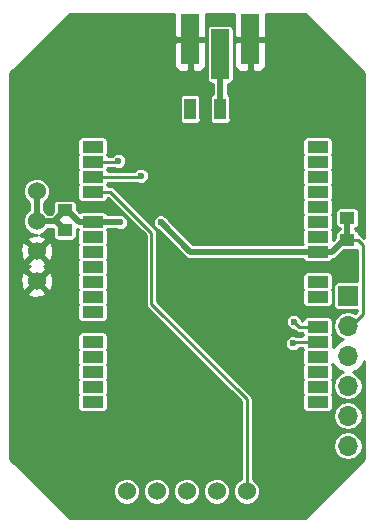
<source format=gbr>
G04 #@! TF.FileFunction,Copper,L1,Top,Signal*
%FSLAX46Y46*%
G04 Gerber Fmt 4.6, Leading zero omitted, Abs format (unit mm)*
G04 Created by KiCad (PCBNEW 4.0.7-e2-6376~58~ubuntu16.04.1) date Tue Dec  5 16:58:08 2017*
%MOMM*%
%LPD*%
G01*
G04 APERTURE LIST*
%ADD10C,0.100000*%
%ADD11R,1.250000X1.000000*%
%ADD12R,1.500000X4.200000*%
%ADD13R,1.800000X1.000000*%
%ADD14R,1.000000X1.800000*%
%ADD15C,1.524000*%
%ADD16R,1.700000X1.700000*%
%ADD17O,1.700000X1.700000*%
%ADD18C,0.600000*%
%ADD19C,0.250000*%
%ADD20C,0.500000*%
%ADD21C,0.254000*%
G04 APERTURE END LIST*
D10*
D11*
X158191200Y-96485200D03*
X158191200Y-98485200D03*
X134264400Y-95672400D03*
X134264400Y-97672400D03*
X158191200Y-92624400D03*
X158191200Y-94624400D03*
X134264400Y-91964000D03*
X134264400Y-93964000D03*
D12*
X144881600Y-79502000D03*
X147421600Y-80772000D03*
X149961600Y-79502000D03*
D13*
X155676600Y-111455200D03*
X155676600Y-110185200D03*
X155676600Y-108915200D03*
X155676600Y-107645200D03*
X155676600Y-106375200D03*
X155676600Y-105105200D03*
X155676600Y-103835200D03*
X155676600Y-102565200D03*
X155676600Y-101295200D03*
X155676600Y-100025200D03*
X155676600Y-98755200D03*
X155676600Y-97485200D03*
X155676600Y-96215200D03*
X155676600Y-94945200D03*
X155676600Y-93675200D03*
X155676600Y-92405200D03*
X155676600Y-91135200D03*
X155676600Y-89865200D03*
X155676600Y-88595200D03*
X155676600Y-87325200D03*
D14*
X149961600Y-85420200D03*
X148691600Y-85420200D03*
X147421600Y-85420200D03*
X146151600Y-85420200D03*
X144881600Y-85420200D03*
X143611600Y-85420200D03*
X142341600Y-85420200D03*
D13*
X136626600Y-87325200D03*
X136626600Y-88595200D03*
X136626600Y-89865200D03*
X136626600Y-91135200D03*
X136626600Y-92405200D03*
X136626600Y-93675200D03*
X136626600Y-94945200D03*
X136626600Y-96215200D03*
X136626600Y-97485200D03*
X136626600Y-98755200D03*
X136626600Y-100025200D03*
X136626600Y-101295200D03*
X136626600Y-102565200D03*
X136626600Y-103835200D03*
X136626600Y-105105200D03*
X136626600Y-106375200D03*
X136626600Y-107645200D03*
X136626600Y-108915200D03*
X136626600Y-110185200D03*
X136626600Y-111455200D03*
D15*
X131902200Y-92354400D03*
X131902200Y-94894400D03*
X131902200Y-97434400D03*
X131902200Y-99974400D03*
X139522200Y-117754400D03*
X142062200Y-117754400D03*
X144602200Y-117754400D03*
X147142200Y-117754400D03*
X149682200Y-117754400D03*
D16*
X158242000Y-101219000D03*
D17*
X158242000Y-103759000D03*
X158242000Y-106299000D03*
X158242000Y-108839000D03*
X158242000Y-111379000D03*
X158242000Y-113919000D03*
D18*
X138963400Y-94996000D03*
X142392400Y-94996000D03*
X153644600Y-103403400D03*
X153593800Y-105232200D03*
X140716000Y-91059000D03*
X138811000Y-89789000D03*
D19*
X158242000Y-103759000D02*
X158496000Y-103759000D01*
X158496000Y-103759000D02*
X159512000Y-102743000D01*
X159512000Y-102743000D02*
X159512000Y-96901000D01*
X159512000Y-96901000D02*
X159096200Y-96485200D01*
X159096200Y-96485200D02*
X158191200Y-96485200D01*
X158191200Y-96342200D02*
X158191200Y-96485200D01*
D20*
X134264400Y-93964000D02*
X134451600Y-93964000D01*
X134451600Y-93964000D02*
X135432800Y-94945200D01*
X135432800Y-94945200D02*
X136626600Y-94945200D01*
X133334000Y-94894400D02*
X133486400Y-94894400D01*
X133486400Y-94894400D02*
X134264400Y-95672400D01*
X131902200Y-94894400D02*
X133334000Y-94894400D01*
X133334000Y-94894400D02*
X134264400Y-93964000D01*
X131902200Y-92354400D02*
X131902200Y-94894400D01*
X155676600Y-97485200D02*
X144881600Y-97485200D01*
X138912600Y-94945200D02*
X136626600Y-94945200D01*
X138963400Y-94996000D02*
X138912600Y-94945200D01*
X144881600Y-97485200D02*
X142392400Y-94996000D01*
X155676600Y-97485200D02*
X156870400Y-97485200D01*
X156870400Y-97485200D02*
X157870400Y-96485200D01*
X157870400Y-96485200D02*
X158191200Y-96485200D01*
X158191200Y-96485200D02*
X158191200Y-94624400D01*
D19*
X158191200Y-96485200D02*
X157718000Y-96485200D01*
X134264400Y-95672400D02*
X134578600Y-95672400D01*
D20*
X147421600Y-85420200D02*
X147421600Y-80772000D01*
D19*
X155676600Y-103835200D02*
X154076400Y-103835200D01*
X154076400Y-103835200D02*
X153644600Y-103403400D01*
X153720800Y-105105200D02*
X155676600Y-105105200D01*
X153593800Y-105232200D02*
X153720800Y-105105200D01*
X149682200Y-117754400D02*
X149682200Y-109956600D01*
X138125200Y-92405200D02*
X136626600Y-92405200D01*
X141605000Y-95885000D02*
X138125200Y-92405200D01*
X141605000Y-101879400D02*
X141605000Y-101854000D01*
X141605000Y-101854000D02*
X141605000Y-95885000D01*
X149682200Y-109956600D02*
X141605000Y-101879400D01*
X140716000Y-91059000D02*
X140639800Y-91135200D01*
X140639800Y-91135200D02*
X136626600Y-91135200D01*
X136626600Y-89865200D02*
X138734800Y-89865200D01*
X138734800Y-89865200D02*
X138811000Y-89789000D01*
D21*
G36*
X143496600Y-79216250D02*
X143655350Y-79375000D01*
X144754600Y-79375000D01*
X144754600Y-79355000D01*
X145008600Y-79355000D01*
X145008600Y-79375000D01*
X146107850Y-79375000D01*
X146266600Y-79216250D01*
X146266600Y-78672000D01*
X146287215Y-78672000D01*
X146287215Y-82872000D01*
X146313503Y-83011708D01*
X146396070Y-83140020D01*
X146522053Y-83226101D01*
X146671600Y-83256385D01*
X146794600Y-83256385D01*
X146794600Y-84159712D01*
X146781892Y-84162103D01*
X146653580Y-84244670D01*
X146567499Y-84370653D01*
X146537215Y-84520200D01*
X146537215Y-86320200D01*
X146563503Y-86459908D01*
X146646070Y-86588220D01*
X146772053Y-86674301D01*
X146921600Y-86704585D01*
X147921600Y-86704585D01*
X148061308Y-86678297D01*
X148189620Y-86595730D01*
X148275701Y-86469747D01*
X148305985Y-86320200D01*
X148305985Y-84520200D01*
X148279697Y-84380492D01*
X148197130Y-84252180D01*
X148071147Y-84166099D01*
X148048600Y-84161533D01*
X148048600Y-83256385D01*
X148171600Y-83256385D01*
X148311308Y-83230097D01*
X148439620Y-83147530D01*
X148525701Y-83021547D01*
X148555985Y-82872000D01*
X148555985Y-79787750D01*
X148576600Y-79787750D01*
X148576600Y-81728310D01*
X148673273Y-81961699D01*
X148851902Y-82140327D01*
X149085291Y-82237000D01*
X149675850Y-82237000D01*
X149834600Y-82078250D01*
X149834600Y-79629000D01*
X150088600Y-79629000D01*
X150088600Y-82078250D01*
X150247350Y-82237000D01*
X150837909Y-82237000D01*
X151071298Y-82140327D01*
X151249927Y-81961699D01*
X151346600Y-81728310D01*
X151346600Y-79787750D01*
X151187850Y-79629000D01*
X150088600Y-79629000D01*
X149834600Y-79629000D01*
X148735350Y-79629000D01*
X148576600Y-79787750D01*
X148555985Y-79787750D01*
X148555985Y-78672000D01*
X148529697Y-78532292D01*
X148447130Y-78403980D01*
X148321147Y-78317899D01*
X148171600Y-78287615D01*
X146671600Y-78287615D01*
X146531892Y-78313903D01*
X146403580Y-78396470D01*
X146317499Y-78522453D01*
X146287215Y-78672000D01*
X146266600Y-78672000D01*
X146266600Y-77343000D01*
X148576600Y-77343000D01*
X148576600Y-79216250D01*
X148735350Y-79375000D01*
X149834600Y-79375000D01*
X149834600Y-79355000D01*
X150088600Y-79355000D01*
X150088600Y-79375000D01*
X151187850Y-79375000D01*
X151346600Y-79216250D01*
X151346600Y-77343000D01*
X154633394Y-77343000D01*
X159639000Y-82348606D01*
X159639000Y-96318064D01*
X159451168Y-96130232D01*
X159288307Y-96021412D01*
X159200585Y-96003963D01*
X159200585Y-95985200D01*
X159174297Y-95845492D01*
X159091730Y-95717180D01*
X158965747Y-95631099D01*
X158818200Y-95601220D01*
X158818200Y-95508409D01*
X158955908Y-95482497D01*
X159084220Y-95399930D01*
X159170301Y-95273947D01*
X159200585Y-95124400D01*
X159200585Y-94124400D01*
X159174297Y-93984692D01*
X159091730Y-93856380D01*
X158965747Y-93770299D01*
X158816200Y-93740015D01*
X157566200Y-93740015D01*
X157426492Y-93766303D01*
X157298180Y-93848870D01*
X157212099Y-93974853D01*
X157181815Y-94124400D01*
X157181815Y-95124400D01*
X157208103Y-95264108D01*
X157290670Y-95392420D01*
X157416653Y-95478501D01*
X157564200Y-95508380D01*
X157564200Y-95601191D01*
X157426492Y-95627103D01*
X157298180Y-95709670D01*
X157212099Y-95835653D01*
X157181815Y-95985200D01*
X157181815Y-96287073D01*
X156960985Y-96507903D01*
X156960985Y-95715200D01*
X156934697Y-95575492D01*
X156934623Y-95575378D01*
X156960985Y-95445200D01*
X156960985Y-94445200D01*
X156934697Y-94305492D01*
X156934623Y-94305378D01*
X156960985Y-94175200D01*
X156960985Y-93175200D01*
X156934697Y-93035492D01*
X156934623Y-93035378D01*
X156960985Y-92905200D01*
X156960985Y-91905200D01*
X156934697Y-91765492D01*
X156934623Y-91765378D01*
X156960985Y-91635200D01*
X156960985Y-90635200D01*
X156934697Y-90495492D01*
X156934623Y-90495378D01*
X156960985Y-90365200D01*
X156960985Y-89365200D01*
X156934697Y-89225492D01*
X156934623Y-89225378D01*
X156960985Y-89095200D01*
X156960985Y-88095200D01*
X156934697Y-87955492D01*
X156852130Y-87827180D01*
X156726147Y-87741099D01*
X156576600Y-87710815D01*
X154776600Y-87710815D01*
X154636892Y-87737103D01*
X154508580Y-87819670D01*
X154422499Y-87945653D01*
X154392215Y-88095200D01*
X154392215Y-89095200D01*
X154418503Y-89234908D01*
X154418577Y-89235022D01*
X154392215Y-89365200D01*
X154392215Y-90365200D01*
X154418503Y-90504908D01*
X154418577Y-90505022D01*
X154392215Y-90635200D01*
X154392215Y-91635200D01*
X154418503Y-91774908D01*
X154418577Y-91775022D01*
X154392215Y-91905200D01*
X154392215Y-92905200D01*
X154418503Y-93044908D01*
X154418577Y-93045022D01*
X154392215Y-93175200D01*
X154392215Y-94175200D01*
X154418503Y-94314908D01*
X154418577Y-94315022D01*
X154392215Y-94445200D01*
X154392215Y-95445200D01*
X154418503Y-95584908D01*
X154418577Y-95585022D01*
X154392215Y-95715200D01*
X154392215Y-96715200D01*
X154418503Y-96854908D01*
X154418577Y-96855022D01*
X154417933Y-96858200D01*
X145141312Y-96858200D01*
X143016339Y-94733227D01*
X142966667Y-94613011D01*
X142776390Y-94422402D01*
X142527654Y-94319118D01*
X142258327Y-94318883D01*
X142009411Y-94421733D01*
X141818802Y-94612010D01*
X141715518Y-94860746D01*
X141715283Y-95130073D01*
X141818133Y-95378989D01*
X142008410Y-95569598D01*
X142129614Y-95619926D01*
X144438244Y-97928556D01*
X144641657Y-98064472D01*
X144881600Y-98112200D01*
X154416112Y-98112200D01*
X154418503Y-98124908D01*
X154501070Y-98253220D01*
X154627053Y-98339301D01*
X154776600Y-98369585D01*
X156576600Y-98369585D01*
X156716308Y-98343297D01*
X156844620Y-98260730D01*
X156930701Y-98134747D01*
X156937989Y-98098756D01*
X157110343Y-98064472D01*
X157313756Y-97928556D01*
X157872727Y-97369585D01*
X158816200Y-97369585D01*
X158955908Y-97343297D01*
X159010000Y-97308490D01*
X159010000Y-99984615D01*
X157392000Y-99984615D01*
X157252292Y-100010903D01*
X157123980Y-100093470D01*
X157037899Y-100219453D01*
X157007615Y-100369000D01*
X157007615Y-102069000D01*
X157033903Y-102208708D01*
X157116470Y-102337020D01*
X157242453Y-102423101D01*
X157392000Y-102453385D01*
X159010000Y-102453385D01*
X159010000Y-102535064D01*
X158845935Y-102699129D01*
X158735591Y-102625400D01*
X158266038Y-102532000D01*
X158217962Y-102532000D01*
X157748409Y-102625400D01*
X157350342Y-102891380D01*
X157084362Y-103289447D01*
X156990962Y-103759000D01*
X157084362Y-104228553D01*
X157350342Y-104626620D01*
X157748409Y-104892600D01*
X157791954Y-104901262D01*
X157360642Y-105103817D01*
X156970355Y-105532076D01*
X156960985Y-105554699D01*
X156960985Y-104605200D01*
X156934697Y-104465492D01*
X156934623Y-104465378D01*
X156960985Y-104335200D01*
X156960985Y-103335200D01*
X156934697Y-103195492D01*
X156852130Y-103067180D01*
X156726147Y-102981099D01*
X156576600Y-102950815D01*
X154776600Y-102950815D01*
X154636892Y-102977103D01*
X154508580Y-103059670D01*
X154422499Y-103185653D01*
X154392620Y-103333200D01*
X154321661Y-103333200D01*
X154321717Y-103269327D01*
X154218867Y-103020411D01*
X154028590Y-102829802D01*
X153779854Y-102726518D01*
X153510527Y-102726283D01*
X153261611Y-102829133D01*
X153071002Y-103019410D01*
X152967718Y-103268146D01*
X152967483Y-103537473D01*
X153070333Y-103786389D01*
X153260610Y-103976998D01*
X153509346Y-104080282D01*
X153611636Y-104080371D01*
X153721430Y-104190165D01*
X153721432Y-104190168D01*
X153812622Y-104251099D01*
X153884292Y-104298988D01*
X154076400Y-104337200D01*
X154392591Y-104337200D01*
X154418503Y-104474908D01*
X154418577Y-104475022D01*
X154392620Y-104603200D01*
X153844367Y-104603200D01*
X153729054Y-104555318D01*
X153459727Y-104555083D01*
X153210811Y-104657933D01*
X153020202Y-104848210D01*
X152916918Y-105096946D01*
X152916683Y-105366273D01*
X153019533Y-105615189D01*
X153209810Y-105805798D01*
X153458546Y-105909082D01*
X153727873Y-105909317D01*
X153976789Y-105806467D01*
X154167398Y-105616190D01*
X154171131Y-105607200D01*
X154392591Y-105607200D01*
X154418503Y-105744908D01*
X154418577Y-105745022D01*
X154392215Y-105875200D01*
X154392215Y-106875200D01*
X154418503Y-107014908D01*
X154418577Y-107015022D01*
X154392215Y-107145200D01*
X154392215Y-108145200D01*
X154418503Y-108284908D01*
X154418577Y-108285022D01*
X154392215Y-108415200D01*
X154392215Y-109415200D01*
X154418503Y-109554908D01*
X154418577Y-109555022D01*
X154392215Y-109685200D01*
X154392215Y-110685200D01*
X154418503Y-110824908D01*
X154501070Y-110953220D01*
X154627053Y-111039301D01*
X154776600Y-111069585D01*
X156576600Y-111069585D01*
X156716308Y-111043297D01*
X156844620Y-110960730D01*
X156930701Y-110834747D01*
X156960985Y-110685200D01*
X156960985Y-109685200D01*
X156934697Y-109545492D01*
X156934623Y-109545378D01*
X156960985Y-109415200D01*
X156960985Y-108415200D01*
X156934697Y-108275492D01*
X156934623Y-108275378D01*
X156960985Y-108145200D01*
X156960985Y-107145200D01*
X156934697Y-107005492D01*
X156934623Y-107005378D01*
X156938122Y-106988102D01*
X156970355Y-107065924D01*
X157360642Y-107494183D01*
X157791954Y-107696738D01*
X157748409Y-107705400D01*
X157350342Y-107971380D01*
X157084362Y-108369447D01*
X156990962Y-108839000D01*
X157084362Y-109308553D01*
X157350342Y-109706620D01*
X157748409Y-109972600D01*
X158217962Y-110066000D01*
X158266038Y-110066000D01*
X158735591Y-109972600D01*
X159133658Y-109706620D01*
X159399638Y-109308553D01*
X159493038Y-108839000D01*
X159399638Y-108369447D01*
X159133658Y-107971380D01*
X158735591Y-107705400D01*
X158692046Y-107696738D01*
X159123358Y-107494183D01*
X159513645Y-107065924D01*
X159639000Y-106763271D01*
X159639000Y-115009394D01*
X154633394Y-120015000D01*
X134672606Y-120015000D01*
X132637573Y-117979967D01*
X138383003Y-117979967D01*
X138556040Y-118398749D01*
X138876166Y-118719434D01*
X139294645Y-118893202D01*
X139747767Y-118893597D01*
X140166549Y-118720560D01*
X140487234Y-118400434D01*
X140661002Y-117981955D01*
X140661003Y-117979967D01*
X140923003Y-117979967D01*
X141096040Y-118398749D01*
X141416166Y-118719434D01*
X141834645Y-118893202D01*
X142287767Y-118893597D01*
X142706549Y-118720560D01*
X143027234Y-118400434D01*
X143201002Y-117981955D01*
X143201003Y-117979967D01*
X143463003Y-117979967D01*
X143636040Y-118398749D01*
X143956166Y-118719434D01*
X144374645Y-118893202D01*
X144827767Y-118893597D01*
X145246549Y-118720560D01*
X145567234Y-118400434D01*
X145741002Y-117981955D01*
X145741003Y-117979967D01*
X146003003Y-117979967D01*
X146176040Y-118398749D01*
X146496166Y-118719434D01*
X146914645Y-118893202D01*
X147367767Y-118893597D01*
X147786549Y-118720560D01*
X148107234Y-118400434D01*
X148281002Y-117981955D01*
X148281397Y-117528833D01*
X148108360Y-117110051D01*
X147788234Y-116789366D01*
X147369755Y-116615598D01*
X146916633Y-116615203D01*
X146497851Y-116788240D01*
X146177166Y-117108366D01*
X146003398Y-117526845D01*
X146003003Y-117979967D01*
X145741003Y-117979967D01*
X145741397Y-117528833D01*
X145568360Y-117110051D01*
X145248234Y-116789366D01*
X144829755Y-116615598D01*
X144376633Y-116615203D01*
X143957851Y-116788240D01*
X143637166Y-117108366D01*
X143463398Y-117526845D01*
X143463003Y-117979967D01*
X143201003Y-117979967D01*
X143201397Y-117528833D01*
X143028360Y-117110051D01*
X142708234Y-116789366D01*
X142289755Y-116615598D01*
X141836633Y-116615203D01*
X141417851Y-116788240D01*
X141097166Y-117108366D01*
X140923398Y-117526845D01*
X140923003Y-117979967D01*
X140661003Y-117979967D01*
X140661397Y-117528833D01*
X140488360Y-117110051D01*
X140168234Y-116789366D01*
X139749755Y-116615598D01*
X139296633Y-116615203D01*
X138877851Y-116788240D01*
X138557166Y-117108366D01*
X138383398Y-117526845D01*
X138383003Y-117979967D01*
X132637573Y-117979967D01*
X129667000Y-115009394D01*
X129667000Y-104605200D01*
X135342215Y-104605200D01*
X135342215Y-105605200D01*
X135368503Y-105744908D01*
X135368577Y-105745022D01*
X135342215Y-105875200D01*
X135342215Y-106875200D01*
X135368503Y-107014908D01*
X135368577Y-107015022D01*
X135342215Y-107145200D01*
X135342215Y-108145200D01*
X135368503Y-108284908D01*
X135368577Y-108285022D01*
X135342215Y-108415200D01*
X135342215Y-109415200D01*
X135368503Y-109554908D01*
X135368577Y-109555022D01*
X135342215Y-109685200D01*
X135342215Y-110685200D01*
X135368503Y-110824908D01*
X135451070Y-110953220D01*
X135577053Y-111039301D01*
X135726600Y-111069585D01*
X137526600Y-111069585D01*
X137666308Y-111043297D01*
X137794620Y-110960730D01*
X137880701Y-110834747D01*
X137910985Y-110685200D01*
X137910985Y-109685200D01*
X137884697Y-109545492D01*
X137884623Y-109545378D01*
X137910985Y-109415200D01*
X137910985Y-108415200D01*
X137884697Y-108275492D01*
X137884623Y-108275378D01*
X137910985Y-108145200D01*
X137910985Y-107145200D01*
X137884697Y-107005492D01*
X137884623Y-107005378D01*
X137910985Y-106875200D01*
X137910985Y-105875200D01*
X137884697Y-105735492D01*
X137884623Y-105735378D01*
X137910985Y-105605200D01*
X137910985Y-104605200D01*
X137884697Y-104465492D01*
X137802130Y-104337180D01*
X137676147Y-104251099D01*
X137526600Y-104220815D01*
X135726600Y-104220815D01*
X135586892Y-104247103D01*
X135458580Y-104329670D01*
X135372499Y-104455653D01*
X135342215Y-104605200D01*
X129667000Y-104605200D01*
X129667000Y-100954613D01*
X131101592Y-100954613D01*
X131171057Y-101196797D01*
X131694502Y-101383544D01*
X132249568Y-101355762D01*
X132633343Y-101196797D01*
X132702808Y-100954613D01*
X131902200Y-100154005D01*
X131101592Y-100954613D01*
X129667000Y-100954613D01*
X129667000Y-99766702D01*
X130493056Y-99766702D01*
X130520838Y-100321768D01*
X130679803Y-100705543D01*
X130921987Y-100775008D01*
X131722595Y-99974400D01*
X132081805Y-99974400D01*
X132882413Y-100775008D01*
X133124597Y-100705543D01*
X133311344Y-100182098D01*
X133283562Y-99627032D01*
X133124597Y-99243257D01*
X132882413Y-99173792D01*
X132081805Y-99974400D01*
X131722595Y-99974400D01*
X130921987Y-99173792D01*
X130679803Y-99243257D01*
X130493056Y-99766702D01*
X129667000Y-99766702D01*
X129667000Y-98414613D01*
X131101592Y-98414613D01*
X131171057Y-98656797D01*
X131294544Y-98700853D01*
X131171057Y-98752003D01*
X131101592Y-98994187D01*
X131902200Y-99794795D01*
X132702808Y-98994187D01*
X132633343Y-98752003D01*
X132509856Y-98707947D01*
X132633343Y-98656797D01*
X132702808Y-98414613D01*
X131902200Y-97614005D01*
X131101592Y-98414613D01*
X129667000Y-98414613D01*
X129667000Y-97226702D01*
X130493056Y-97226702D01*
X130520838Y-97781768D01*
X130679803Y-98165543D01*
X130921987Y-98235008D01*
X131722595Y-97434400D01*
X132081805Y-97434400D01*
X132882413Y-98235008D01*
X133124597Y-98165543D01*
X133311344Y-97642098D01*
X133283562Y-97087032D01*
X133124597Y-96703257D01*
X132882413Y-96633792D01*
X132081805Y-97434400D01*
X131722595Y-97434400D01*
X130921987Y-96633792D01*
X130679803Y-96703257D01*
X130493056Y-97226702D01*
X129667000Y-97226702D01*
X129667000Y-92579967D01*
X130763003Y-92579967D01*
X130936040Y-92998749D01*
X131256166Y-93319434D01*
X131275200Y-93327338D01*
X131275200Y-93921072D01*
X131257851Y-93928240D01*
X130937166Y-94248366D01*
X130763398Y-94666845D01*
X130763003Y-95119967D01*
X130936040Y-95538749D01*
X131256166Y-95859434D01*
X131674645Y-96033202D01*
X131946409Y-96033439D01*
X131554832Y-96053038D01*
X131171057Y-96212003D01*
X131101592Y-96454187D01*
X131902200Y-97254795D01*
X132702808Y-96454187D01*
X132633343Y-96212003D01*
X132130320Y-96032542D01*
X132546549Y-95860560D01*
X132867234Y-95540434D01*
X132875138Y-95521400D01*
X133226688Y-95521400D01*
X133255015Y-95549727D01*
X133255015Y-96172400D01*
X133281303Y-96312108D01*
X133363870Y-96440420D01*
X133489853Y-96526501D01*
X133639400Y-96556785D01*
X134889400Y-96556785D01*
X135029108Y-96530497D01*
X135157420Y-96447930D01*
X135243501Y-96321947D01*
X135273785Y-96172400D01*
X135273785Y-95540570D01*
X135363519Y-95558419D01*
X135368503Y-95584908D01*
X135368577Y-95585022D01*
X135342215Y-95715200D01*
X135342215Y-96715200D01*
X135368503Y-96854908D01*
X135368577Y-96855022D01*
X135342215Y-96985200D01*
X135342215Y-97985200D01*
X135368503Y-98124908D01*
X135368577Y-98125022D01*
X135342215Y-98255200D01*
X135342215Y-99255200D01*
X135368503Y-99394908D01*
X135368577Y-99395022D01*
X135342215Y-99525200D01*
X135342215Y-100525200D01*
X135368503Y-100664908D01*
X135368577Y-100665022D01*
X135342215Y-100795200D01*
X135342215Y-101795200D01*
X135368503Y-101934908D01*
X135368577Y-101935022D01*
X135342215Y-102065200D01*
X135342215Y-103065200D01*
X135368503Y-103204908D01*
X135451070Y-103333220D01*
X135577053Y-103419301D01*
X135726600Y-103449585D01*
X137526600Y-103449585D01*
X137666308Y-103423297D01*
X137794620Y-103340730D01*
X137880701Y-103214747D01*
X137910985Y-103065200D01*
X137910985Y-102065200D01*
X137884697Y-101925492D01*
X137884623Y-101925378D01*
X137910985Y-101795200D01*
X137910985Y-100795200D01*
X137884697Y-100655492D01*
X137884623Y-100655378D01*
X137910985Y-100525200D01*
X137910985Y-99525200D01*
X137884697Y-99385492D01*
X137884623Y-99385378D01*
X137910985Y-99255200D01*
X137910985Y-98255200D01*
X137884697Y-98115492D01*
X137884623Y-98115378D01*
X137910985Y-97985200D01*
X137910985Y-96985200D01*
X137884697Y-96845492D01*
X137884623Y-96845378D01*
X137910985Y-96715200D01*
X137910985Y-95715200D01*
X137884697Y-95575492D01*
X137884623Y-95575378D01*
X137885267Y-95572200D01*
X138585676Y-95572200D01*
X138828146Y-95672882D01*
X139097473Y-95673117D01*
X139346389Y-95570267D01*
X139536998Y-95379990D01*
X139640282Y-95131254D01*
X139640517Y-94861927D01*
X139537667Y-94613011D01*
X139347390Y-94422402D01*
X139098654Y-94319118D01*
X138916416Y-94318959D01*
X138912600Y-94318200D01*
X137887088Y-94318200D01*
X137884697Y-94305492D01*
X137802130Y-94177180D01*
X137676147Y-94091099D01*
X137526600Y-94060815D01*
X135726600Y-94060815D01*
X135586892Y-94087103D01*
X135510544Y-94136232D01*
X135273785Y-93899473D01*
X135273785Y-93464000D01*
X135247497Y-93324292D01*
X135164930Y-93195980D01*
X135038947Y-93109899D01*
X134889400Y-93079615D01*
X133639400Y-93079615D01*
X133499692Y-93105903D01*
X133371380Y-93188470D01*
X133285299Y-93314453D01*
X133255015Y-93464000D01*
X133255015Y-94086673D01*
X133074288Y-94267400D01*
X132875528Y-94267400D01*
X132868360Y-94250051D01*
X132548234Y-93929366D01*
X132529200Y-93921462D01*
X132529200Y-93327728D01*
X132546549Y-93320560D01*
X132867234Y-93000434D01*
X133041002Y-92581955D01*
X133041397Y-92128833D01*
X132868360Y-91710051D01*
X132548234Y-91389366D01*
X132129755Y-91215598D01*
X131676633Y-91215203D01*
X131257851Y-91388240D01*
X130937166Y-91708366D01*
X130763398Y-92126845D01*
X130763003Y-92579967D01*
X129667000Y-92579967D01*
X129667000Y-88095200D01*
X135342215Y-88095200D01*
X135342215Y-89095200D01*
X135368503Y-89234908D01*
X135368577Y-89235022D01*
X135342215Y-89365200D01*
X135342215Y-90365200D01*
X135368503Y-90504908D01*
X135368577Y-90505022D01*
X135342215Y-90635200D01*
X135342215Y-91635200D01*
X135368503Y-91774908D01*
X135368577Y-91775022D01*
X135342215Y-91905200D01*
X135342215Y-92905200D01*
X135368503Y-93044908D01*
X135451070Y-93173220D01*
X135577053Y-93259301D01*
X135726600Y-93289585D01*
X137526600Y-93289585D01*
X137666308Y-93263297D01*
X137794620Y-93180730D01*
X137880701Y-93054747D01*
X137910580Y-92907200D01*
X137917264Y-92907200D01*
X141103000Y-96092935D01*
X141103000Y-101879395D01*
X141102999Y-101879400D01*
X141141212Y-102071507D01*
X141250032Y-102234368D01*
X149180200Y-110164535D01*
X149180200Y-116729423D01*
X149037851Y-116788240D01*
X148717166Y-117108366D01*
X148543398Y-117526845D01*
X148543003Y-117979967D01*
X148716040Y-118398749D01*
X149036166Y-118719434D01*
X149454645Y-118893202D01*
X149907767Y-118893597D01*
X150326549Y-118720560D01*
X150647234Y-118400434D01*
X150821002Y-117981955D01*
X150821397Y-117528833D01*
X150648360Y-117110051D01*
X150328234Y-116789366D01*
X150184200Y-116729558D01*
X150184200Y-113919000D01*
X156990962Y-113919000D01*
X157084362Y-114388553D01*
X157350342Y-114786620D01*
X157748409Y-115052600D01*
X158217962Y-115146000D01*
X158266038Y-115146000D01*
X158735591Y-115052600D01*
X159133658Y-114786620D01*
X159399638Y-114388553D01*
X159493038Y-113919000D01*
X159399638Y-113449447D01*
X159133658Y-113051380D01*
X158735591Y-112785400D01*
X158266038Y-112692000D01*
X158217962Y-112692000D01*
X157748409Y-112785400D01*
X157350342Y-113051380D01*
X157084362Y-113449447D01*
X156990962Y-113919000D01*
X150184200Y-113919000D01*
X150184200Y-111379000D01*
X156990962Y-111379000D01*
X157084362Y-111848553D01*
X157350342Y-112246620D01*
X157748409Y-112512600D01*
X158217962Y-112606000D01*
X158266038Y-112606000D01*
X158735591Y-112512600D01*
X159133658Y-112246620D01*
X159399638Y-111848553D01*
X159493038Y-111379000D01*
X159399638Y-110909447D01*
X159133658Y-110511380D01*
X158735591Y-110245400D01*
X158266038Y-110152000D01*
X158217962Y-110152000D01*
X157748409Y-110245400D01*
X157350342Y-110511380D01*
X157084362Y-110909447D01*
X156990962Y-111379000D01*
X150184200Y-111379000D01*
X150184200Y-109956605D01*
X150184201Y-109956600D01*
X150145988Y-109764493D01*
X150037168Y-109601632D01*
X150037165Y-109601630D01*
X142107000Y-101671464D01*
X142107000Y-99525200D01*
X154392215Y-99525200D01*
X154392215Y-100525200D01*
X154418503Y-100664908D01*
X154418577Y-100665022D01*
X154392215Y-100795200D01*
X154392215Y-101795200D01*
X154418503Y-101934908D01*
X154501070Y-102063220D01*
X154627053Y-102149301D01*
X154776600Y-102179585D01*
X156576600Y-102179585D01*
X156716308Y-102153297D01*
X156844620Y-102070730D01*
X156930701Y-101944747D01*
X156960985Y-101795200D01*
X156960985Y-100795200D01*
X156934697Y-100655492D01*
X156934623Y-100655378D01*
X156960985Y-100525200D01*
X156960985Y-99525200D01*
X156934697Y-99385492D01*
X156852130Y-99257180D01*
X156726147Y-99171099D01*
X156576600Y-99140815D01*
X154776600Y-99140815D01*
X154636892Y-99167103D01*
X154508580Y-99249670D01*
X154422499Y-99375653D01*
X154392215Y-99525200D01*
X142107000Y-99525200D01*
X142107000Y-95885000D01*
X142101669Y-95858200D01*
X142068788Y-95692892D01*
X142022087Y-95623000D01*
X141959968Y-95530032D01*
X141959965Y-95530030D01*
X138480168Y-92050232D01*
X138317307Y-91941412D01*
X138125200Y-91903199D01*
X138125195Y-91903200D01*
X137910609Y-91903200D01*
X137884697Y-91765492D01*
X137884623Y-91765378D01*
X137910580Y-91637200D01*
X140343093Y-91637200D01*
X140580746Y-91735882D01*
X140850073Y-91736117D01*
X141098989Y-91633267D01*
X141289598Y-91442990D01*
X141392882Y-91194254D01*
X141393117Y-90924927D01*
X141290267Y-90676011D01*
X141099990Y-90485402D01*
X140851254Y-90382118D01*
X140581927Y-90381883D01*
X140333011Y-90484733D01*
X140184285Y-90633200D01*
X137910609Y-90633200D01*
X137884697Y-90495492D01*
X137884623Y-90495378D01*
X137910580Y-90367200D01*
X138438093Y-90367200D01*
X138675746Y-90465882D01*
X138945073Y-90466117D01*
X139193989Y-90363267D01*
X139384598Y-90172990D01*
X139487882Y-89924254D01*
X139488117Y-89654927D01*
X139385267Y-89406011D01*
X139194990Y-89215402D01*
X138946254Y-89112118D01*
X138676927Y-89111883D01*
X138428011Y-89214733D01*
X138279285Y-89363200D01*
X137910609Y-89363200D01*
X137884697Y-89225492D01*
X137884623Y-89225378D01*
X137910985Y-89095200D01*
X137910985Y-88095200D01*
X137884697Y-87955492D01*
X137802130Y-87827180D01*
X137676147Y-87741099D01*
X137526600Y-87710815D01*
X135726600Y-87710815D01*
X135586892Y-87737103D01*
X135458580Y-87819670D01*
X135372499Y-87945653D01*
X135342215Y-88095200D01*
X129667000Y-88095200D01*
X129667000Y-84520200D01*
X143997215Y-84520200D01*
X143997215Y-86320200D01*
X144023503Y-86459908D01*
X144106070Y-86588220D01*
X144232053Y-86674301D01*
X144381600Y-86704585D01*
X145381600Y-86704585D01*
X145521308Y-86678297D01*
X145649620Y-86595730D01*
X145735701Y-86469747D01*
X145765985Y-86320200D01*
X145765985Y-84520200D01*
X145739697Y-84380492D01*
X145657130Y-84252180D01*
X145531147Y-84166099D01*
X145381600Y-84135815D01*
X144381600Y-84135815D01*
X144241892Y-84162103D01*
X144113580Y-84244670D01*
X144027499Y-84370653D01*
X143997215Y-84520200D01*
X129667000Y-84520200D01*
X129667000Y-82348606D01*
X132227856Y-79787750D01*
X143496600Y-79787750D01*
X143496600Y-81728310D01*
X143593273Y-81961699D01*
X143771902Y-82140327D01*
X144005291Y-82237000D01*
X144595850Y-82237000D01*
X144754600Y-82078250D01*
X144754600Y-79629000D01*
X145008600Y-79629000D01*
X145008600Y-82078250D01*
X145167350Y-82237000D01*
X145757909Y-82237000D01*
X145991298Y-82140327D01*
X146169927Y-81961699D01*
X146266600Y-81728310D01*
X146266600Y-79787750D01*
X146107850Y-79629000D01*
X145008600Y-79629000D01*
X144754600Y-79629000D01*
X143655350Y-79629000D01*
X143496600Y-79787750D01*
X132227856Y-79787750D01*
X134672606Y-77343000D01*
X143496600Y-77343000D01*
X143496600Y-79216250D01*
X143496600Y-79216250D01*
G37*
X143496600Y-79216250D02*
X143655350Y-79375000D01*
X144754600Y-79375000D01*
X144754600Y-79355000D01*
X145008600Y-79355000D01*
X145008600Y-79375000D01*
X146107850Y-79375000D01*
X146266600Y-79216250D01*
X146266600Y-78672000D01*
X146287215Y-78672000D01*
X146287215Y-82872000D01*
X146313503Y-83011708D01*
X146396070Y-83140020D01*
X146522053Y-83226101D01*
X146671600Y-83256385D01*
X146794600Y-83256385D01*
X146794600Y-84159712D01*
X146781892Y-84162103D01*
X146653580Y-84244670D01*
X146567499Y-84370653D01*
X146537215Y-84520200D01*
X146537215Y-86320200D01*
X146563503Y-86459908D01*
X146646070Y-86588220D01*
X146772053Y-86674301D01*
X146921600Y-86704585D01*
X147921600Y-86704585D01*
X148061308Y-86678297D01*
X148189620Y-86595730D01*
X148275701Y-86469747D01*
X148305985Y-86320200D01*
X148305985Y-84520200D01*
X148279697Y-84380492D01*
X148197130Y-84252180D01*
X148071147Y-84166099D01*
X148048600Y-84161533D01*
X148048600Y-83256385D01*
X148171600Y-83256385D01*
X148311308Y-83230097D01*
X148439620Y-83147530D01*
X148525701Y-83021547D01*
X148555985Y-82872000D01*
X148555985Y-79787750D01*
X148576600Y-79787750D01*
X148576600Y-81728310D01*
X148673273Y-81961699D01*
X148851902Y-82140327D01*
X149085291Y-82237000D01*
X149675850Y-82237000D01*
X149834600Y-82078250D01*
X149834600Y-79629000D01*
X150088600Y-79629000D01*
X150088600Y-82078250D01*
X150247350Y-82237000D01*
X150837909Y-82237000D01*
X151071298Y-82140327D01*
X151249927Y-81961699D01*
X151346600Y-81728310D01*
X151346600Y-79787750D01*
X151187850Y-79629000D01*
X150088600Y-79629000D01*
X149834600Y-79629000D01*
X148735350Y-79629000D01*
X148576600Y-79787750D01*
X148555985Y-79787750D01*
X148555985Y-78672000D01*
X148529697Y-78532292D01*
X148447130Y-78403980D01*
X148321147Y-78317899D01*
X148171600Y-78287615D01*
X146671600Y-78287615D01*
X146531892Y-78313903D01*
X146403580Y-78396470D01*
X146317499Y-78522453D01*
X146287215Y-78672000D01*
X146266600Y-78672000D01*
X146266600Y-77343000D01*
X148576600Y-77343000D01*
X148576600Y-79216250D01*
X148735350Y-79375000D01*
X149834600Y-79375000D01*
X149834600Y-79355000D01*
X150088600Y-79355000D01*
X150088600Y-79375000D01*
X151187850Y-79375000D01*
X151346600Y-79216250D01*
X151346600Y-77343000D01*
X154633394Y-77343000D01*
X159639000Y-82348606D01*
X159639000Y-96318064D01*
X159451168Y-96130232D01*
X159288307Y-96021412D01*
X159200585Y-96003963D01*
X159200585Y-95985200D01*
X159174297Y-95845492D01*
X159091730Y-95717180D01*
X158965747Y-95631099D01*
X158818200Y-95601220D01*
X158818200Y-95508409D01*
X158955908Y-95482497D01*
X159084220Y-95399930D01*
X159170301Y-95273947D01*
X159200585Y-95124400D01*
X159200585Y-94124400D01*
X159174297Y-93984692D01*
X159091730Y-93856380D01*
X158965747Y-93770299D01*
X158816200Y-93740015D01*
X157566200Y-93740015D01*
X157426492Y-93766303D01*
X157298180Y-93848870D01*
X157212099Y-93974853D01*
X157181815Y-94124400D01*
X157181815Y-95124400D01*
X157208103Y-95264108D01*
X157290670Y-95392420D01*
X157416653Y-95478501D01*
X157564200Y-95508380D01*
X157564200Y-95601191D01*
X157426492Y-95627103D01*
X157298180Y-95709670D01*
X157212099Y-95835653D01*
X157181815Y-95985200D01*
X157181815Y-96287073D01*
X156960985Y-96507903D01*
X156960985Y-95715200D01*
X156934697Y-95575492D01*
X156934623Y-95575378D01*
X156960985Y-95445200D01*
X156960985Y-94445200D01*
X156934697Y-94305492D01*
X156934623Y-94305378D01*
X156960985Y-94175200D01*
X156960985Y-93175200D01*
X156934697Y-93035492D01*
X156934623Y-93035378D01*
X156960985Y-92905200D01*
X156960985Y-91905200D01*
X156934697Y-91765492D01*
X156934623Y-91765378D01*
X156960985Y-91635200D01*
X156960985Y-90635200D01*
X156934697Y-90495492D01*
X156934623Y-90495378D01*
X156960985Y-90365200D01*
X156960985Y-89365200D01*
X156934697Y-89225492D01*
X156934623Y-89225378D01*
X156960985Y-89095200D01*
X156960985Y-88095200D01*
X156934697Y-87955492D01*
X156852130Y-87827180D01*
X156726147Y-87741099D01*
X156576600Y-87710815D01*
X154776600Y-87710815D01*
X154636892Y-87737103D01*
X154508580Y-87819670D01*
X154422499Y-87945653D01*
X154392215Y-88095200D01*
X154392215Y-89095200D01*
X154418503Y-89234908D01*
X154418577Y-89235022D01*
X154392215Y-89365200D01*
X154392215Y-90365200D01*
X154418503Y-90504908D01*
X154418577Y-90505022D01*
X154392215Y-90635200D01*
X154392215Y-91635200D01*
X154418503Y-91774908D01*
X154418577Y-91775022D01*
X154392215Y-91905200D01*
X154392215Y-92905200D01*
X154418503Y-93044908D01*
X154418577Y-93045022D01*
X154392215Y-93175200D01*
X154392215Y-94175200D01*
X154418503Y-94314908D01*
X154418577Y-94315022D01*
X154392215Y-94445200D01*
X154392215Y-95445200D01*
X154418503Y-95584908D01*
X154418577Y-95585022D01*
X154392215Y-95715200D01*
X154392215Y-96715200D01*
X154418503Y-96854908D01*
X154418577Y-96855022D01*
X154417933Y-96858200D01*
X145141312Y-96858200D01*
X143016339Y-94733227D01*
X142966667Y-94613011D01*
X142776390Y-94422402D01*
X142527654Y-94319118D01*
X142258327Y-94318883D01*
X142009411Y-94421733D01*
X141818802Y-94612010D01*
X141715518Y-94860746D01*
X141715283Y-95130073D01*
X141818133Y-95378989D01*
X142008410Y-95569598D01*
X142129614Y-95619926D01*
X144438244Y-97928556D01*
X144641657Y-98064472D01*
X144881600Y-98112200D01*
X154416112Y-98112200D01*
X154418503Y-98124908D01*
X154501070Y-98253220D01*
X154627053Y-98339301D01*
X154776600Y-98369585D01*
X156576600Y-98369585D01*
X156716308Y-98343297D01*
X156844620Y-98260730D01*
X156930701Y-98134747D01*
X156937989Y-98098756D01*
X157110343Y-98064472D01*
X157313756Y-97928556D01*
X157872727Y-97369585D01*
X158816200Y-97369585D01*
X158955908Y-97343297D01*
X159010000Y-97308490D01*
X159010000Y-99984615D01*
X157392000Y-99984615D01*
X157252292Y-100010903D01*
X157123980Y-100093470D01*
X157037899Y-100219453D01*
X157007615Y-100369000D01*
X157007615Y-102069000D01*
X157033903Y-102208708D01*
X157116470Y-102337020D01*
X157242453Y-102423101D01*
X157392000Y-102453385D01*
X159010000Y-102453385D01*
X159010000Y-102535064D01*
X158845935Y-102699129D01*
X158735591Y-102625400D01*
X158266038Y-102532000D01*
X158217962Y-102532000D01*
X157748409Y-102625400D01*
X157350342Y-102891380D01*
X157084362Y-103289447D01*
X156990962Y-103759000D01*
X157084362Y-104228553D01*
X157350342Y-104626620D01*
X157748409Y-104892600D01*
X157791954Y-104901262D01*
X157360642Y-105103817D01*
X156970355Y-105532076D01*
X156960985Y-105554699D01*
X156960985Y-104605200D01*
X156934697Y-104465492D01*
X156934623Y-104465378D01*
X156960985Y-104335200D01*
X156960985Y-103335200D01*
X156934697Y-103195492D01*
X156852130Y-103067180D01*
X156726147Y-102981099D01*
X156576600Y-102950815D01*
X154776600Y-102950815D01*
X154636892Y-102977103D01*
X154508580Y-103059670D01*
X154422499Y-103185653D01*
X154392620Y-103333200D01*
X154321661Y-103333200D01*
X154321717Y-103269327D01*
X154218867Y-103020411D01*
X154028590Y-102829802D01*
X153779854Y-102726518D01*
X153510527Y-102726283D01*
X153261611Y-102829133D01*
X153071002Y-103019410D01*
X152967718Y-103268146D01*
X152967483Y-103537473D01*
X153070333Y-103786389D01*
X153260610Y-103976998D01*
X153509346Y-104080282D01*
X153611636Y-104080371D01*
X153721430Y-104190165D01*
X153721432Y-104190168D01*
X153812622Y-104251099D01*
X153884292Y-104298988D01*
X154076400Y-104337200D01*
X154392591Y-104337200D01*
X154418503Y-104474908D01*
X154418577Y-104475022D01*
X154392620Y-104603200D01*
X153844367Y-104603200D01*
X153729054Y-104555318D01*
X153459727Y-104555083D01*
X153210811Y-104657933D01*
X153020202Y-104848210D01*
X152916918Y-105096946D01*
X152916683Y-105366273D01*
X153019533Y-105615189D01*
X153209810Y-105805798D01*
X153458546Y-105909082D01*
X153727873Y-105909317D01*
X153976789Y-105806467D01*
X154167398Y-105616190D01*
X154171131Y-105607200D01*
X154392591Y-105607200D01*
X154418503Y-105744908D01*
X154418577Y-105745022D01*
X154392215Y-105875200D01*
X154392215Y-106875200D01*
X154418503Y-107014908D01*
X154418577Y-107015022D01*
X154392215Y-107145200D01*
X154392215Y-108145200D01*
X154418503Y-108284908D01*
X154418577Y-108285022D01*
X154392215Y-108415200D01*
X154392215Y-109415200D01*
X154418503Y-109554908D01*
X154418577Y-109555022D01*
X154392215Y-109685200D01*
X154392215Y-110685200D01*
X154418503Y-110824908D01*
X154501070Y-110953220D01*
X154627053Y-111039301D01*
X154776600Y-111069585D01*
X156576600Y-111069585D01*
X156716308Y-111043297D01*
X156844620Y-110960730D01*
X156930701Y-110834747D01*
X156960985Y-110685200D01*
X156960985Y-109685200D01*
X156934697Y-109545492D01*
X156934623Y-109545378D01*
X156960985Y-109415200D01*
X156960985Y-108415200D01*
X156934697Y-108275492D01*
X156934623Y-108275378D01*
X156960985Y-108145200D01*
X156960985Y-107145200D01*
X156934697Y-107005492D01*
X156934623Y-107005378D01*
X156938122Y-106988102D01*
X156970355Y-107065924D01*
X157360642Y-107494183D01*
X157791954Y-107696738D01*
X157748409Y-107705400D01*
X157350342Y-107971380D01*
X157084362Y-108369447D01*
X156990962Y-108839000D01*
X157084362Y-109308553D01*
X157350342Y-109706620D01*
X157748409Y-109972600D01*
X158217962Y-110066000D01*
X158266038Y-110066000D01*
X158735591Y-109972600D01*
X159133658Y-109706620D01*
X159399638Y-109308553D01*
X159493038Y-108839000D01*
X159399638Y-108369447D01*
X159133658Y-107971380D01*
X158735591Y-107705400D01*
X158692046Y-107696738D01*
X159123358Y-107494183D01*
X159513645Y-107065924D01*
X159639000Y-106763271D01*
X159639000Y-115009394D01*
X154633394Y-120015000D01*
X134672606Y-120015000D01*
X132637573Y-117979967D01*
X138383003Y-117979967D01*
X138556040Y-118398749D01*
X138876166Y-118719434D01*
X139294645Y-118893202D01*
X139747767Y-118893597D01*
X140166549Y-118720560D01*
X140487234Y-118400434D01*
X140661002Y-117981955D01*
X140661003Y-117979967D01*
X140923003Y-117979967D01*
X141096040Y-118398749D01*
X141416166Y-118719434D01*
X141834645Y-118893202D01*
X142287767Y-118893597D01*
X142706549Y-118720560D01*
X143027234Y-118400434D01*
X143201002Y-117981955D01*
X143201003Y-117979967D01*
X143463003Y-117979967D01*
X143636040Y-118398749D01*
X143956166Y-118719434D01*
X144374645Y-118893202D01*
X144827767Y-118893597D01*
X145246549Y-118720560D01*
X145567234Y-118400434D01*
X145741002Y-117981955D01*
X145741003Y-117979967D01*
X146003003Y-117979967D01*
X146176040Y-118398749D01*
X146496166Y-118719434D01*
X146914645Y-118893202D01*
X147367767Y-118893597D01*
X147786549Y-118720560D01*
X148107234Y-118400434D01*
X148281002Y-117981955D01*
X148281397Y-117528833D01*
X148108360Y-117110051D01*
X147788234Y-116789366D01*
X147369755Y-116615598D01*
X146916633Y-116615203D01*
X146497851Y-116788240D01*
X146177166Y-117108366D01*
X146003398Y-117526845D01*
X146003003Y-117979967D01*
X145741003Y-117979967D01*
X145741397Y-117528833D01*
X145568360Y-117110051D01*
X145248234Y-116789366D01*
X144829755Y-116615598D01*
X144376633Y-116615203D01*
X143957851Y-116788240D01*
X143637166Y-117108366D01*
X143463398Y-117526845D01*
X143463003Y-117979967D01*
X143201003Y-117979967D01*
X143201397Y-117528833D01*
X143028360Y-117110051D01*
X142708234Y-116789366D01*
X142289755Y-116615598D01*
X141836633Y-116615203D01*
X141417851Y-116788240D01*
X141097166Y-117108366D01*
X140923398Y-117526845D01*
X140923003Y-117979967D01*
X140661003Y-117979967D01*
X140661397Y-117528833D01*
X140488360Y-117110051D01*
X140168234Y-116789366D01*
X139749755Y-116615598D01*
X139296633Y-116615203D01*
X138877851Y-116788240D01*
X138557166Y-117108366D01*
X138383398Y-117526845D01*
X138383003Y-117979967D01*
X132637573Y-117979967D01*
X129667000Y-115009394D01*
X129667000Y-104605200D01*
X135342215Y-104605200D01*
X135342215Y-105605200D01*
X135368503Y-105744908D01*
X135368577Y-105745022D01*
X135342215Y-105875200D01*
X135342215Y-106875200D01*
X135368503Y-107014908D01*
X135368577Y-107015022D01*
X135342215Y-107145200D01*
X135342215Y-108145200D01*
X135368503Y-108284908D01*
X135368577Y-108285022D01*
X135342215Y-108415200D01*
X135342215Y-109415200D01*
X135368503Y-109554908D01*
X135368577Y-109555022D01*
X135342215Y-109685200D01*
X135342215Y-110685200D01*
X135368503Y-110824908D01*
X135451070Y-110953220D01*
X135577053Y-111039301D01*
X135726600Y-111069585D01*
X137526600Y-111069585D01*
X137666308Y-111043297D01*
X137794620Y-110960730D01*
X137880701Y-110834747D01*
X137910985Y-110685200D01*
X137910985Y-109685200D01*
X137884697Y-109545492D01*
X137884623Y-109545378D01*
X137910985Y-109415200D01*
X137910985Y-108415200D01*
X137884697Y-108275492D01*
X137884623Y-108275378D01*
X137910985Y-108145200D01*
X137910985Y-107145200D01*
X137884697Y-107005492D01*
X137884623Y-107005378D01*
X137910985Y-106875200D01*
X137910985Y-105875200D01*
X137884697Y-105735492D01*
X137884623Y-105735378D01*
X137910985Y-105605200D01*
X137910985Y-104605200D01*
X137884697Y-104465492D01*
X137802130Y-104337180D01*
X137676147Y-104251099D01*
X137526600Y-104220815D01*
X135726600Y-104220815D01*
X135586892Y-104247103D01*
X135458580Y-104329670D01*
X135372499Y-104455653D01*
X135342215Y-104605200D01*
X129667000Y-104605200D01*
X129667000Y-100954613D01*
X131101592Y-100954613D01*
X131171057Y-101196797D01*
X131694502Y-101383544D01*
X132249568Y-101355762D01*
X132633343Y-101196797D01*
X132702808Y-100954613D01*
X131902200Y-100154005D01*
X131101592Y-100954613D01*
X129667000Y-100954613D01*
X129667000Y-99766702D01*
X130493056Y-99766702D01*
X130520838Y-100321768D01*
X130679803Y-100705543D01*
X130921987Y-100775008D01*
X131722595Y-99974400D01*
X132081805Y-99974400D01*
X132882413Y-100775008D01*
X133124597Y-100705543D01*
X133311344Y-100182098D01*
X133283562Y-99627032D01*
X133124597Y-99243257D01*
X132882413Y-99173792D01*
X132081805Y-99974400D01*
X131722595Y-99974400D01*
X130921987Y-99173792D01*
X130679803Y-99243257D01*
X130493056Y-99766702D01*
X129667000Y-99766702D01*
X129667000Y-98414613D01*
X131101592Y-98414613D01*
X131171057Y-98656797D01*
X131294544Y-98700853D01*
X131171057Y-98752003D01*
X131101592Y-98994187D01*
X131902200Y-99794795D01*
X132702808Y-98994187D01*
X132633343Y-98752003D01*
X132509856Y-98707947D01*
X132633343Y-98656797D01*
X132702808Y-98414613D01*
X131902200Y-97614005D01*
X131101592Y-98414613D01*
X129667000Y-98414613D01*
X129667000Y-97226702D01*
X130493056Y-97226702D01*
X130520838Y-97781768D01*
X130679803Y-98165543D01*
X130921987Y-98235008D01*
X131722595Y-97434400D01*
X132081805Y-97434400D01*
X132882413Y-98235008D01*
X133124597Y-98165543D01*
X133311344Y-97642098D01*
X133283562Y-97087032D01*
X133124597Y-96703257D01*
X132882413Y-96633792D01*
X132081805Y-97434400D01*
X131722595Y-97434400D01*
X130921987Y-96633792D01*
X130679803Y-96703257D01*
X130493056Y-97226702D01*
X129667000Y-97226702D01*
X129667000Y-92579967D01*
X130763003Y-92579967D01*
X130936040Y-92998749D01*
X131256166Y-93319434D01*
X131275200Y-93327338D01*
X131275200Y-93921072D01*
X131257851Y-93928240D01*
X130937166Y-94248366D01*
X130763398Y-94666845D01*
X130763003Y-95119967D01*
X130936040Y-95538749D01*
X131256166Y-95859434D01*
X131674645Y-96033202D01*
X131946409Y-96033439D01*
X131554832Y-96053038D01*
X131171057Y-96212003D01*
X131101592Y-96454187D01*
X131902200Y-97254795D01*
X132702808Y-96454187D01*
X132633343Y-96212003D01*
X132130320Y-96032542D01*
X132546549Y-95860560D01*
X132867234Y-95540434D01*
X132875138Y-95521400D01*
X133226688Y-95521400D01*
X133255015Y-95549727D01*
X133255015Y-96172400D01*
X133281303Y-96312108D01*
X133363870Y-96440420D01*
X133489853Y-96526501D01*
X133639400Y-96556785D01*
X134889400Y-96556785D01*
X135029108Y-96530497D01*
X135157420Y-96447930D01*
X135243501Y-96321947D01*
X135273785Y-96172400D01*
X135273785Y-95540570D01*
X135363519Y-95558419D01*
X135368503Y-95584908D01*
X135368577Y-95585022D01*
X135342215Y-95715200D01*
X135342215Y-96715200D01*
X135368503Y-96854908D01*
X135368577Y-96855022D01*
X135342215Y-96985200D01*
X135342215Y-97985200D01*
X135368503Y-98124908D01*
X135368577Y-98125022D01*
X135342215Y-98255200D01*
X135342215Y-99255200D01*
X135368503Y-99394908D01*
X135368577Y-99395022D01*
X135342215Y-99525200D01*
X135342215Y-100525200D01*
X135368503Y-100664908D01*
X135368577Y-100665022D01*
X135342215Y-100795200D01*
X135342215Y-101795200D01*
X135368503Y-101934908D01*
X135368577Y-101935022D01*
X135342215Y-102065200D01*
X135342215Y-103065200D01*
X135368503Y-103204908D01*
X135451070Y-103333220D01*
X135577053Y-103419301D01*
X135726600Y-103449585D01*
X137526600Y-103449585D01*
X137666308Y-103423297D01*
X137794620Y-103340730D01*
X137880701Y-103214747D01*
X137910985Y-103065200D01*
X137910985Y-102065200D01*
X137884697Y-101925492D01*
X137884623Y-101925378D01*
X137910985Y-101795200D01*
X137910985Y-100795200D01*
X137884697Y-100655492D01*
X137884623Y-100655378D01*
X137910985Y-100525200D01*
X137910985Y-99525200D01*
X137884697Y-99385492D01*
X137884623Y-99385378D01*
X137910985Y-99255200D01*
X137910985Y-98255200D01*
X137884697Y-98115492D01*
X137884623Y-98115378D01*
X137910985Y-97985200D01*
X137910985Y-96985200D01*
X137884697Y-96845492D01*
X137884623Y-96845378D01*
X137910985Y-96715200D01*
X137910985Y-95715200D01*
X137884697Y-95575492D01*
X137884623Y-95575378D01*
X137885267Y-95572200D01*
X138585676Y-95572200D01*
X138828146Y-95672882D01*
X139097473Y-95673117D01*
X139346389Y-95570267D01*
X139536998Y-95379990D01*
X139640282Y-95131254D01*
X139640517Y-94861927D01*
X139537667Y-94613011D01*
X139347390Y-94422402D01*
X139098654Y-94319118D01*
X138916416Y-94318959D01*
X138912600Y-94318200D01*
X137887088Y-94318200D01*
X137884697Y-94305492D01*
X137802130Y-94177180D01*
X137676147Y-94091099D01*
X137526600Y-94060815D01*
X135726600Y-94060815D01*
X135586892Y-94087103D01*
X135510544Y-94136232D01*
X135273785Y-93899473D01*
X135273785Y-93464000D01*
X135247497Y-93324292D01*
X135164930Y-93195980D01*
X135038947Y-93109899D01*
X134889400Y-93079615D01*
X133639400Y-93079615D01*
X133499692Y-93105903D01*
X133371380Y-93188470D01*
X133285299Y-93314453D01*
X133255015Y-93464000D01*
X133255015Y-94086673D01*
X133074288Y-94267400D01*
X132875528Y-94267400D01*
X132868360Y-94250051D01*
X132548234Y-93929366D01*
X132529200Y-93921462D01*
X132529200Y-93327728D01*
X132546549Y-93320560D01*
X132867234Y-93000434D01*
X133041002Y-92581955D01*
X133041397Y-92128833D01*
X132868360Y-91710051D01*
X132548234Y-91389366D01*
X132129755Y-91215598D01*
X131676633Y-91215203D01*
X131257851Y-91388240D01*
X130937166Y-91708366D01*
X130763398Y-92126845D01*
X130763003Y-92579967D01*
X129667000Y-92579967D01*
X129667000Y-88095200D01*
X135342215Y-88095200D01*
X135342215Y-89095200D01*
X135368503Y-89234908D01*
X135368577Y-89235022D01*
X135342215Y-89365200D01*
X135342215Y-90365200D01*
X135368503Y-90504908D01*
X135368577Y-90505022D01*
X135342215Y-90635200D01*
X135342215Y-91635200D01*
X135368503Y-91774908D01*
X135368577Y-91775022D01*
X135342215Y-91905200D01*
X135342215Y-92905200D01*
X135368503Y-93044908D01*
X135451070Y-93173220D01*
X135577053Y-93259301D01*
X135726600Y-93289585D01*
X137526600Y-93289585D01*
X137666308Y-93263297D01*
X137794620Y-93180730D01*
X137880701Y-93054747D01*
X137910580Y-92907200D01*
X137917264Y-92907200D01*
X141103000Y-96092935D01*
X141103000Y-101879395D01*
X141102999Y-101879400D01*
X141141212Y-102071507D01*
X141250032Y-102234368D01*
X149180200Y-110164535D01*
X149180200Y-116729423D01*
X149037851Y-116788240D01*
X148717166Y-117108366D01*
X148543398Y-117526845D01*
X148543003Y-117979967D01*
X148716040Y-118398749D01*
X149036166Y-118719434D01*
X149454645Y-118893202D01*
X149907767Y-118893597D01*
X150326549Y-118720560D01*
X150647234Y-118400434D01*
X150821002Y-117981955D01*
X150821397Y-117528833D01*
X150648360Y-117110051D01*
X150328234Y-116789366D01*
X150184200Y-116729558D01*
X150184200Y-113919000D01*
X156990962Y-113919000D01*
X157084362Y-114388553D01*
X157350342Y-114786620D01*
X157748409Y-115052600D01*
X158217962Y-115146000D01*
X158266038Y-115146000D01*
X158735591Y-115052600D01*
X159133658Y-114786620D01*
X159399638Y-114388553D01*
X159493038Y-113919000D01*
X159399638Y-113449447D01*
X159133658Y-113051380D01*
X158735591Y-112785400D01*
X158266038Y-112692000D01*
X158217962Y-112692000D01*
X157748409Y-112785400D01*
X157350342Y-113051380D01*
X157084362Y-113449447D01*
X156990962Y-113919000D01*
X150184200Y-113919000D01*
X150184200Y-111379000D01*
X156990962Y-111379000D01*
X157084362Y-111848553D01*
X157350342Y-112246620D01*
X157748409Y-112512600D01*
X158217962Y-112606000D01*
X158266038Y-112606000D01*
X158735591Y-112512600D01*
X159133658Y-112246620D01*
X159399638Y-111848553D01*
X159493038Y-111379000D01*
X159399638Y-110909447D01*
X159133658Y-110511380D01*
X158735591Y-110245400D01*
X158266038Y-110152000D01*
X158217962Y-110152000D01*
X157748409Y-110245400D01*
X157350342Y-110511380D01*
X157084362Y-110909447D01*
X156990962Y-111379000D01*
X150184200Y-111379000D01*
X150184200Y-109956605D01*
X150184201Y-109956600D01*
X150145988Y-109764493D01*
X150037168Y-109601632D01*
X150037165Y-109601630D01*
X142107000Y-101671464D01*
X142107000Y-99525200D01*
X154392215Y-99525200D01*
X154392215Y-100525200D01*
X154418503Y-100664908D01*
X154418577Y-100665022D01*
X154392215Y-100795200D01*
X154392215Y-101795200D01*
X154418503Y-101934908D01*
X154501070Y-102063220D01*
X154627053Y-102149301D01*
X154776600Y-102179585D01*
X156576600Y-102179585D01*
X156716308Y-102153297D01*
X156844620Y-102070730D01*
X156930701Y-101944747D01*
X156960985Y-101795200D01*
X156960985Y-100795200D01*
X156934697Y-100655492D01*
X156934623Y-100655378D01*
X156960985Y-100525200D01*
X156960985Y-99525200D01*
X156934697Y-99385492D01*
X156852130Y-99257180D01*
X156726147Y-99171099D01*
X156576600Y-99140815D01*
X154776600Y-99140815D01*
X154636892Y-99167103D01*
X154508580Y-99249670D01*
X154422499Y-99375653D01*
X154392215Y-99525200D01*
X142107000Y-99525200D01*
X142107000Y-95885000D01*
X142101669Y-95858200D01*
X142068788Y-95692892D01*
X142022087Y-95623000D01*
X141959968Y-95530032D01*
X141959965Y-95530030D01*
X138480168Y-92050232D01*
X138317307Y-91941412D01*
X138125200Y-91903199D01*
X138125195Y-91903200D01*
X137910609Y-91903200D01*
X137884697Y-91765492D01*
X137884623Y-91765378D01*
X137910580Y-91637200D01*
X140343093Y-91637200D01*
X140580746Y-91735882D01*
X140850073Y-91736117D01*
X141098989Y-91633267D01*
X141289598Y-91442990D01*
X141392882Y-91194254D01*
X141393117Y-90924927D01*
X141290267Y-90676011D01*
X141099990Y-90485402D01*
X140851254Y-90382118D01*
X140581927Y-90381883D01*
X140333011Y-90484733D01*
X140184285Y-90633200D01*
X137910609Y-90633200D01*
X137884697Y-90495492D01*
X137884623Y-90495378D01*
X137910580Y-90367200D01*
X138438093Y-90367200D01*
X138675746Y-90465882D01*
X138945073Y-90466117D01*
X139193989Y-90363267D01*
X139384598Y-90172990D01*
X139487882Y-89924254D01*
X139488117Y-89654927D01*
X139385267Y-89406011D01*
X139194990Y-89215402D01*
X138946254Y-89112118D01*
X138676927Y-89111883D01*
X138428011Y-89214733D01*
X138279285Y-89363200D01*
X137910609Y-89363200D01*
X137884697Y-89225492D01*
X137884623Y-89225378D01*
X137910985Y-89095200D01*
X137910985Y-88095200D01*
X137884697Y-87955492D01*
X137802130Y-87827180D01*
X137676147Y-87741099D01*
X137526600Y-87710815D01*
X135726600Y-87710815D01*
X135586892Y-87737103D01*
X135458580Y-87819670D01*
X135372499Y-87945653D01*
X135342215Y-88095200D01*
X129667000Y-88095200D01*
X129667000Y-84520200D01*
X143997215Y-84520200D01*
X143997215Y-86320200D01*
X144023503Y-86459908D01*
X144106070Y-86588220D01*
X144232053Y-86674301D01*
X144381600Y-86704585D01*
X145381600Y-86704585D01*
X145521308Y-86678297D01*
X145649620Y-86595730D01*
X145735701Y-86469747D01*
X145765985Y-86320200D01*
X145765985Y-84520200D01*
X145739697Y-84380492D01*
X145657130Y-84252180D01*
X145531147Y-84166099D01*
X145381600Y-84135815D01*
X144381600Y-84135815D01*
X144241892Y-84162103D01*
X144113580Y-84244670D01*
X144027499Y-84370653D01*
X143997215Y-84520200D01*
X129667000Y-84520200D01*
X129667000Y-82348606D01*
X132227856Y-79787750D01*
X143496600Y-79787750D01*
X143496600Y-81728310D01*
X143593273Y-81961699D01*
X143771902Y-82140327D01*
X144005291Y-82237000D01*
X144595850Y-82237000D01*
X144754600Y-82078250D01*
X144754600Y-79629000D01*
X145008600Y-79629000D01*
X145008600Y-82078250D01*
X145167350Y-82237000D01*
X145757909Y-82237000D01*
X145991298Y-82140327D01*
X146169927Y-81961699D01*
X146266600Y-81728310D01*
X146266600Y-79787750D01*
X146107850Y-79629000D01*
X145008600Y-79629000D01*
X144754600Y-79629000D01*
X143655350Y-79629000D01*
X143496600Y-79787750D01*
X132227856Y-79787750D01*
X134672606Y-77343000D01*
X143496600Y-77343000D01*
X143496600Y-79216250D01*
G36*
X158369000Y-106172000D02*
X158389000Y-106172000D01*
X158389000Y-106426000D01*
X158369000Y-106426000D01*
X158369000Y-106446000D01*
X158115000Y-106446000D01*
X158115000Y-106426000D01*
X158095000Y-106426000D01*
X158095000Y-106172000D01*
X158115000Y-106172000D01*
X158115000Y-106152000D01*
X158369000Y-106152000D01*
X158369000Y-106172000D01*
X158369000Y-106172000D01*
G37*
X158369000Y-106172000D02*
X158389000Y-106172000D01*
X158389000Y-106426000D01*
X158369000Y-106426000D01*
X158369000Y-106446000D01*
X158115000Y-106446000D01*
X158115000Y-106426000D01*
X158095000Y-106426000D01*
X158095000Y-106172000D01*
X158115000Y-106172000D01*
X158115000Y-106152000D01*
X158369000Y-106152000D01*
X158369000Y-106172000D01*
M02*

</source>
